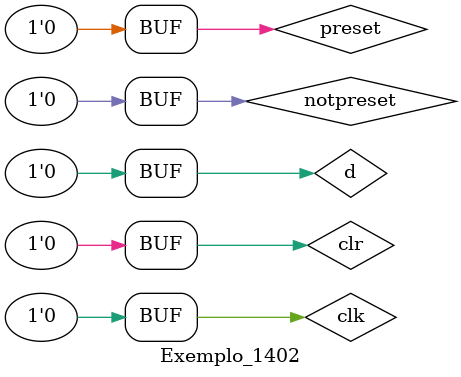
<source format=v>
/*
 Exemplo_1402.v - v0.0. - 05 / 11 / 2022
 Autor    : Gabriel Vargas Bento de Souza
 Matricula: 778023
 */

`include "FlipFlops.v"

/**
  Main
 */
module Exemplo_1402;
   wire q[5:0];       // q
   wire qnot[5:0];    // qnot
   reg  d;            // d
   reg  clk;          // clock
   reg  preset;       // 1
   reg  notpreset;    // 0
   reg  clr;          // clear
   
   // instancias
   dff D_1 (q[5], qnot[5], q[4], clk, preset, clr);
   dff D_2 (q[4], qnot[4], q[3], clk, preset, clr);
   dff D_3 (q[3], qnot[3], q[2], clk, preset, clr);
   dff D_4 (q[2], qnot[2], q[1], clk, preset, clr);
   dff D_5 (q[1], qnot[1], q[0], clk, preset, clr);
   dff D_6 (q[0], qnot[0], d   , clk, preset, clr);

   
   // valores iniciais
   initial begin: start
      d         = 1'bx;
      clk       = 1'b0;
      preset    = 1'b1;
      notpreset = 1'b0;
      clr       = 1'b0;
   end

   // parte principal
   initial begin: main
       $display("Gabriel Vargas Bento de Souza - 778023");
       $display("Exemplo_1402");
       $display("\n(Left) Shift Register - 6 bits - preset[111111]\n");

       // monitoramento
       $display(" data a b c d e f");
       $monitor(" %2b   %b %b %b %b %b %b", 
                 d, q[5], q[4], q[3], q[2], q[1], q[0]);

       // sinalizacao
           clk = ~clk; clk = ~clk;
       #1  clk = ~clk; clk = ~clk; d = 1'b1; preset = 1'b0;
       #1  clk = ~clk; clk = ~clk; d = 1'b0;
       #1  clk = ~clk; clk = ~clk; d = 1'b1;
       #1  clk = ~clk; clk = ~clk; d = 1'b1;
       #1  clk = ~clk; clk = ~clk; d = 1'b0;
       #1  clk = ~clk; clk = ~clk; d = 1'b0;
       #1  clk = ~clk; clk = ~clk; d = 1'b1;
       #1  clk = ~clk; clk = ~clk; d = 1'b1;
       #1  clk = ~clk; clk = ~clk; d = 1'b0;
       #1  clk = ~clk; clk = ~clk; d = 1'b0;
       #1  clk = ~clk; clk = ~clk; d = 1'b0;
       #1  clk = ~clk; clk = ~clk; d = 1'b0;
       #1  clk = ~clk; clk = ~clk; d = 1'b0;
       #1  clk = ~clk; clk = ~clk; d = 1'b0;
   end
endmodule // Exemplo_1402

/*
gabriel@desktop-ubuntu:~/Desktop/CC-PUC/2periodo/ARQ1/Tarefas/Guia14$ vvp Exemplo_1402.vvp
Gabriel Vargas Bento de Souza - 778023
Exemplo_1402

(Left) Shift Register - 6 bits - preset[111111]

 data a b c d e f
  x   1 1 1 1 1 1
  1   1 1 1 1 1 1
  0   1 1 1 1 1 0
  1   1 1 1 1 0 1
  1   1 1 1 0 1 1
  0   1 1 0 1 1 0
  0   1 0 1 1 0 0
  1   0 1 1 0 0 1
  1   1 1 0 0 1 1
  0   1 0 0 1 1 0
  0   0 0 1 1 0 0
  0   0 1 1 0 0 0
  0   1 1 0 0 0 0
  0   1 0 0 0 0 0
  0   0 0 0 0 0 0

*/
</source>
